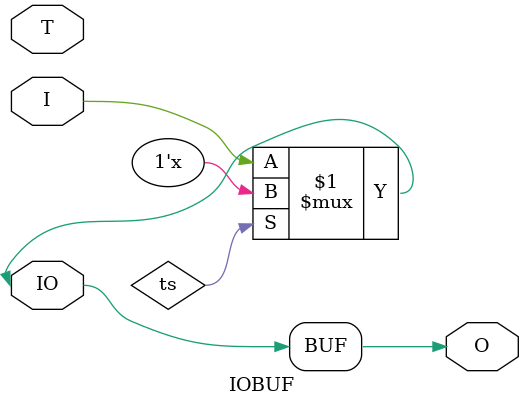
<source format=v>
module IOBUF (
    
    output wire O,
    inout  wire IO,
    input  wire I, T
    );

    parameter integer DRIVE = 12;
    parameter IBUF_LOW_PWR = "TRUE";
    parameter IOSTANDARD = "DEFAULT";
`ifdef XIL_TIMING

    parameter LOC = " UNPLACED";

`endif
    parameter SLEW = "SLOW";


    wire ts;

    //tri0 GTS = glbl.GTS;

   // or O1 (ts, GTS, T);
    bufif0 T1 (IO, I, ts);

    buf B1 (O, IO);

    initial begin

        case (IBUF_LOW_PWR)

            "FALSE", "TRUE" : ;
            default : begin
                          $display("Attribute Syntax Error : The attribute IBUF_LOW_PWR on IBUF instance %m is set to %s.  Legal values for this attribute are TRUE or FALSE.", IBUF_LOW_PWR);
                          #1 $finish;
                      end

        endcase
    end

`ifdef XIL_TIMING
    
    specify
        (I => O) = (0:0:0, 0:0:0);
        (I => IO)= (0:0:0,  0:0:0);
        (IO => O) = (0:0:0,  0:0:0);
        (T => O) = (0:0:0, 0:0:0);
        (T => IO) = (0:0:0, 0:0:0);
        specparam PATHPULSE$ = 0;
    endspecify

`endif
    
endmodule
</source>
